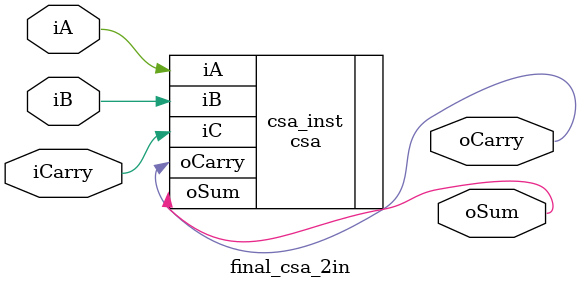
<source format=v>
`timescale 1ns / 1ps

module final_csa_2in(
    input wire iA, iB, iCarry,
    output wire oSum, oCarry
);

    csa csa_inst(
        .iA(iA),
        .iB(iB),
        .iC(iCarry),      // carry = 3de
        .oSum(oSum),
        .oCarry(oCarry)
    );
endmodule

</source>
